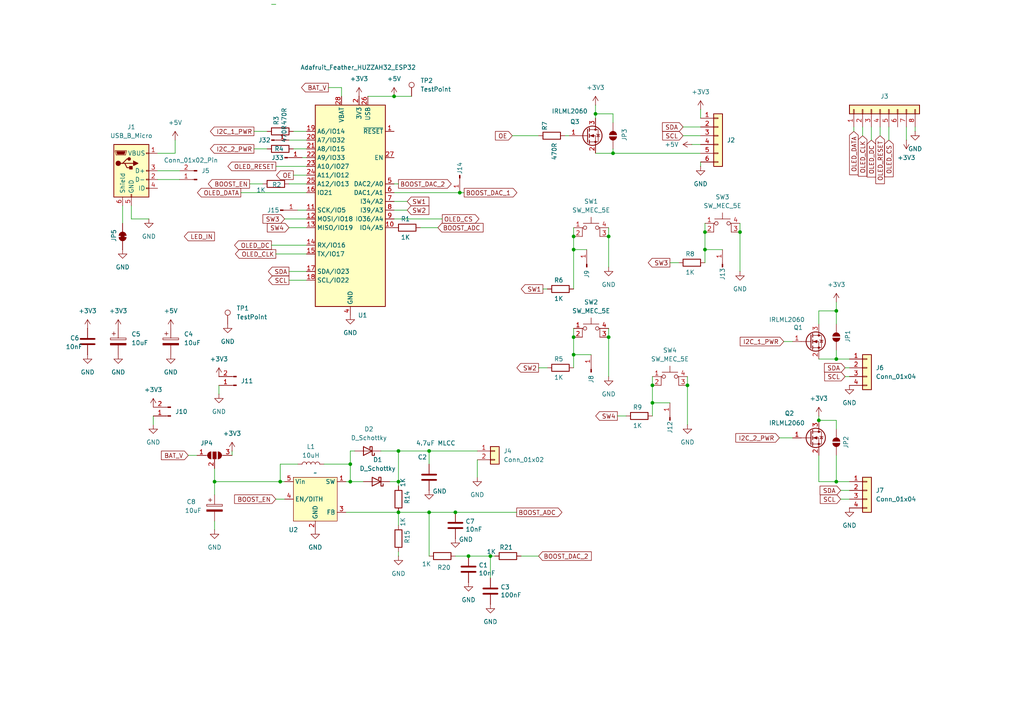
<source format=kicad_sch>
(kicad_sch (version 20231120) (generator "eeschema") (generator_version "8.0")
  (paper "A4")
  (lib_symbols
    (symbol "Boost_Converter:MIC2250"
      (property "Reference" "U" (at -1.524 5.588 0))
      (symbol "MIC2250_1_1"
        (pin output line (at 11.43 2.54 180) (length 2.54) (name "SW") (number "1"))
        (pin input line (at 2.54 -11.43 90) (length 2.54) (name "GND") (number "2"))
        (pin input line (at 11.43 -6.35 180) (length 2.54) (name "FB") (number "3"))
        (pin input line (at -6.35 -2.54 0) (length 2.54) (name "EN/DITH") (number "4"))
        (pin input line (at -6.35 2.54 0) (length 2.54) (name "Vin") (number "5"))
      )
    )
    (symbol "Connector:Conn_01x01_Pin" (pin_names (offset 1.016) hide)
      (property "Reference" "J" (at 0 2.54 0))
      (property "Value" "Conn_01x01_Pin" (at 0 -2.54 0))
      (symbol "Conn_01x01_Pin_1_1"
        (pin passive line (at 5.08 0 180) (length 3.81) (name "Pin_1") (number "1"))
      )
    )
    (symbol "Connector:Conn_01x02_Pin" (pin_names (offset 1.016) hide)
      (property "Reference" "J" (at 0 2.54 0))
      (property "Value" "Conn_01x02_Pin" (at 0 -5.08 0))
      (symbol "Conn_01x02_Pin_1_1"
        (pin passive line (at 5.08 0 180) (length 3.81) (name "Pin_1") (number "1"))
        (pin passive line (at 5.08 -2.54 180) (length 3.81) (name "Pin_2") (number "2"))
      )
    )
    (symbol "Connector:TestPoint" (pin_numbers hide) (pin_names (offset 0.762) hide)
      (property "Reference" "TP" (at 0 6.858 0))
      (property "Value" "TestPoint" (at 0 5.08 0))
      (symbol "TestPoint_1_1"
        (pin passive line (at 0 0 90) (length 2.54) (name "1") (number "1"))
      )
    )
    (symbol "Connector:USB_B_Micro" (pin_names (offset 1.016))
      (property "Reference" "J" (at -5.08 11.43 0))
      (property "Value" "USB_B_Micro" (at -5.08 8.89 0))
      (symbol "USB_B_Micro_1_1"
        (pin power_out line (at 7.62 5.08 180) (length 2.54) (name "VBUS") (number "1"))
        (pin bidirectional line (at 7.62 -2.54 180) (length 2.54) (name "D-") (number "2"))
        (pin bidirectional line (at 7.62 0 180) (length 2.54) (name "D+") (number "3"))
        (pin passive line (at 7.62 -5.08 180) (length 2.54) (name "ID") (number "4"))
        (pin power_out line (at 0 -10.16 90) (length 2.54) (name "GND") (number "5"))
        (pin passive line (at -2.54 -10.16 90) (length 2.54) (name "Shield") (number "6"))
      )
    )
    (symbol "Connector_Generic:Conn_01x02" (pin_names (offset 1.016) hide)
      (property "Reference" "J" (at 0 2.54 0))
      (property "Value" "Conn_01x02" (at 0 -5.08 0))
      (symbol "Conn_01x02_1_1"
        (pin passive line (at -5.08 0 0) (length 3.81) (name "Pin_1") (number "1"))
        (pin passive line (at -5.08 -2.54 0) (length 3.81) (name "Pin_2") (number "2"))
      )
    )
    (symbol "Connector_Generic:Conn_01x04" (pin_names (offset 1.016) hide)
      (property "Reference" "J" (at 0 5.08 0))
      (property "Value" "Conn_01x04" (at 0 -7.62 0))
      (symbol "Conn_01x04_1_1"
        (pin passive line (at -5.08 2.54 0) (length 3.81) (name "Pin_1") (number "1"))
        (pin passive line (at -5.08 0 0) (length 3.81) (name "Pin_2") (number "2"))
        (pin passive line (at -5.08 -2.54 0) (length 3.81) (name "Pin_3") (number "3"))
        (pin passive line (at -5.08 -5.08 0) (length 3.81) (name "Pin_4") (number "4"))
      )
    )
    (symbol "Connector_Generic:Conn_01x06" (pin_names (offset 1.016) hide)
      (property "Reference" "J" (at 0 7.62 0))
      (property "Value" "Conn_01x06" (at 0 -10.16 0))
      (symbol "Conn_01x06_1_1"
        (pin passive line (at -5.08 5.08 0) (length 3.81) (name "Pin_1") (number "1"))
        (pin passive line (at -5.08 2.54 0) (length 3.81) (name "Pin_2") (number "2"))
        (pin passive line (at -5.08 0 0) (length 3.81) (name "Pin_3") (number "3"))
        (pin passive line (at -5.08 -2.54 0) (length 3.81) (name "Pin_4") (number "4"))
        (pin passive line (at -5.08 -5.08 0) (length 3.81) (name "Pin_5") (number "5"))
        (pin passive line (at -5.08 -7.62 0) (length 3.81) (name "Pin_6") (number "6"))
      )
    )
    (symbol "Connector_Generic:Conn_01x08" (pin_names (offset 1.016) hide)
      (property "Reference" "J" (at 0 10.16 0))
      (property "Value" "Conn_01x08" (at 0 -12.7 0))
      (symbol "Conn_01x08_1_1"
        (pin passive line (at -5.08 7.62 0) (length 3.81) (name "Pin_1") (number "1"))
        (pin passive line (at -5.08 5.08 0) (length 3.81) (name "Pin_2") (number "2"))
        (pin passive line (at -5.08 2.54 0) (length 3.81) (name "Pin_3") (number "3"))
        (pin passive line (at -5.08 0 0) (length 3.81) (name "Pin_4") (number "4"))
        (pin passive line (at -5.08 -2.54 0) (length 3.81) (name "Pin_5") (number "5"))
        (pin passive line (at -5.08 -5.08 0) (length 3.81) (name "Pin_6") (number "6"))
        (pin passive line (at -5.08 -7.62 0) (length 3.81) (name "Pin_7") (number "7"))
        (pin passive line (at -5.08 -10.16 0) (length 3.81) (name "Pin_8") (number "8"))
      )
    )
    (symbol "Device:C" (pin_numbers hide) (pin_names (offset 0.254))
      (property "Reference" "C" (at 0.635 2.54 0))
      (property "Value" "C" (at 0.635 -2.54 0))
      (symbol "C_1_1"
        (pin passive line (at 0 3.81 270) (length 2.794) (name "~") (number "1"))
        (pin passive line (at 0 -3.81 90) (length 2.794) (name "~") (number "2"))
      )
    )
    (symbol "Device:C_Polarized" (pin_numbers hide) (pin_names (offset 0.254))
      (property "Reference" "C" (at 0.635 2.54 0))
      (property "Value" "C_Polarized" (at 0.635 -2.54 0))
      (symbol "C_Polarized_1_1"
        (pin passive line (at 0 3.81 270) (length 2.794) (name "~") (number "1"))
        (pin passive line (at 0 -3.81 90) (length 2.794) (name "~") (number "2"))
      )
    )
    (symbol "Device:D_Schottky" (pin_numbers hide) (pin_names (offset 1.016) hide)
      (property "Reference" "D" (at 0 2.54 0))
      (property "Value" "D_Schottky" (at 0 -2.54 0))
      (symbol "D_Schottky_1_1"
        (pin passive line (at -3.81 0 0) (length 2.54) (name "K") (number "1"))
        (pin passive line (at 3.81 0 180) (length 2.54) (name "A") (number "2"))
      )
    )
    (symbol "Device:L" (pin_numbers hide) (pin_names (offset 1.016) hide)
      (property "Reference" "L" (at -1.27 0 90))
      (property "Value" "L" (at 1.905 0 90))
      (symbol "L_1_1"
        (pin passive line (at 0 3.81 270) (length 1.27) (name "1") (number "1"))
        (pin passive line (at 0 -3.81 90) (length 1.27) (name "2") (number "2"))
      )
    )
    (symbol "Device:R" (pin_numbers hide) (pin_names (offset 0))
      (property "Reference" "R" (at 2.032 0 90))
      (property "Value" "R" (at 0 0 90))
      (symbol "R_1_1"
        (pin passive line (at 0 3.81 270) (length 1.27) (name "~") (number "1"))
        (pin passive line (at 0 -3.81 90) (length 1.27) (name "~") (number "2"))
      )
    )
    (symbol "Jumper:SolderJumper_2_Bridged" (pin_numbers hide) (pin_names (offset 0) hide) (exclude_from_sim yes) (in_bom no)
      (property "Reference" "JP" (at 0 2.032 0))
      (property "Value" "SolderJumper_2_Bridged" (at 0 -2.54 0))
      (symbol "SolderJumper_2_Bridged_1_1"
        (pin passive line (at -3.81 0 0) (length 2.54) (name "A") (number "1"))
        (pin passive line (at 3.81 0 180) (length 2.54) (name "B") (number "2"))
      )
    )
    (symbol "Jumper:SolderJumper_2_Open" (pin_numbers hide) (pin_names (offset 0) hide) (exclude_from_sim yes) (in_bom no)
      (property "Reference" "JP" (at 0 2.032 0))
      (property "Value" "SolderJumper_2_Open" (at 0 -2.54 0))
      (symbol "SolderJumper_2_Open_1_1"
        (pin passive line (at -3.81 0 0) (length 2.54) (name "A") (number "1"))
        (pin passive line (at 3.81 0 180) (length 2.54) (name "B") (number "2"))
      )
    )
    (symbol "Jumper:SolderJumper_3_Open" (pin_names (offset 0) hide) (exclude_from_sim yes) (in_bom no)
      (property "Reference" "JP" (at -2.54 -2.54 0))
      (property "Value" "SolderJumper_3_Open" (at 0 2.794 0))
      (symbol "SolderJumper_3_Open_1_1"
        (pin passive line (at -5.08 0 0) (length 2.54) (name "A") (number "1"))
        (pin passive line (at 0 -3.81 90) (length 2.54) (name "C") (number "2"))
        (pin passive line (at 5.08 0 180) (length 2.54) (name "B") (number "3"))
      )
    )
    (symbol "MCU_Module:Adafruit_Feather_HUZZAH32_ESP32"
      (property "Reference" "A" (at -10.16 29.21 0))
      (property "Value" "Adafruit_Feather_HUZZAH32_ESP32" (at 2.54 -31.75 0))
      (symbol "Adafruit_Feather_HUZZAH32_ESP32_1_1"
        (pin input line (at 12.7 20.32 180) (length 2.54) (name "~{RESET}") (number "1"))
        (pin bidirectional line (at 12.7 -7.62 180) (length 2.54) (name "IO4/A5") (number "10"))
        (pin bidirectional line (at -12.7 -2.54 0) (length 2.54) (name "SCK/IO5") (number "11"))
        (pin bidirectional line (at -12.7 -5.08 0) (length 2.54) (name "MOSI/IO18") (number "12"))
        (pin bidirectional line (at -12.7 -7.62 0) (length 2.54) (name "MISO/IO19") (number "13"))
        (pin bidirectional line (at -12.7 -12.7 0) (length 2.54) (name "RX/IO16") (number "14"))
        (pin bidirectional line (at -12.7 -15.24 0) (length 2.54) (name "TX/IO17") (number "15"))
        (pin bidirectional line (at -12.7 2.54 0) (length 2.54) (name "IO21") (number "16"))
        (pin bidirectional line (at -12.7 -20.32 0) (length 2.54) (name "SDA/IO23") (number "17"))
        (pin bidirectional line (at -12.7 -22.86 0) (length 2.54) (name "SCL/IO22") (number "18"))
        (pin bidirectional line (at -12.7 20.32 0) (length 2.54) (name "A6/IO14") (number "19"))
        (pin power_in line (at 2.54 30.48 270) (length 2.54) (name "3V3") (number "2"))
        (pin bidirectional line (at -12.7 17.78 0) (length 2.54) (name "A7/IO32") (number "20"))
        (pin bidirectional line (at -12.7 15.24 0) (length 2.54) (name "A8/IO15") (number "21"))
        (pin bidirectional line (at -12.7 12.7 0) (length 2.54) (name "A9/IO33") (number "22"))
        (pin bidirectional line (at -12.7 10.16 0) (length 2.54) (name "A10/IO27") (number "23"))
        (pin bidirectional line (at -12.7 7.62 0) (length 2.54) (name "A11/IO12") (number "24"))
        (pin bidirectional line (at -12.7 5.08 0) (length 2.54) (name "A12/IO13") (number "25"))
        (pin power_in line (at 5.08 30.48 270) (length 2.54) (name "USB") (number "26"))
        (pin input line (at 12.7 12.7 180) (length 2.54) (name "EN") (number "27"))
        (pin power_in line (at -2.54 30.48 270) (length 2.54) (name "VBAT") (number "28"))
        (pin no_connect line (at 10.16 10.16 180) (length 2.54) hide (name "NC") (number "3"))
        (pin power_in line (at 0 -33.02 90) (length 2.54) (name "GND") (number "4"))
        (pin bidirectional line (at 12.7 5.08 180) (length 2.54) (name "DAC2/A0") (number "5"))
        (pin bidirectional line (at 12.7 2.54 180) (length 2.54) (name "DAC1/A1") (number "6"))
        (pin bidirectional line (at 12.7 0 180) (length 2.54) (name "I34/A2") (number "7"))
        (pin bidirectional line (at 12.7 -2.54 180) (length 2.54) (name "I39/A3") (number "8"))
        (pin bidirectional line (at 12.7 -5.08 180) (length 2.54) (name "IO36/A4") (number "9"))
      )
    )
    (symbol "Switch:SW_MEC_5E" (pin_names (offset 1.016) hide)
      (property "Reference" "SW" (at 0.635 5.715 0))
      (property "Value" "SW_MEC_5E" (at 0 -3.175 0))
      (symbol "SW_MEC_5E_0_1"
        (pin passive line (at -5.08 2.54 0) (length 2.54) (name "1") (number "1"))
        (pin passive line (at -5.08 0 0) (length 2.54) (name "2") (number "2"))
        (pin passive line (at 5.08 0 180) (length 2.54) (name "K") (number "3"))
        (pin passive line (at 5.08 2.54 180) (length 2.54) (name "A") (number "4"))
      )
    )
    (symbol "Transistor_FET:IRLML2060" (pin_names hide)
      (property "Reference" "Q" (at 5.08 1.905 0))
      (property "Value" "IRLML2060" (at 5.08 0 0))
      (symbol "IRLML2060_1_1"
        (pin input line (at -5.08 0 0) (length 2.54) (name "G") (number "1"))
        (pin passive line (at 2.54 -5.08 90) (length 2.54) (name "S") (number "2"))
        (pin passive line (at 2.54 5.08 270) (length 2.54) (name "D") (number "3"))
      )
    )
    (symbol "power:+3V3" (power) (pin_numbers hide) (pin_names (offset 0) hide)
      (property "Value" "+3V3" (at 0 3.556 0))
      (symbol "+3V3_1_1"
        (pin power_in line (at 0 0 90) (length 0) (name "~") (number "1"))
      )
    )
    (symbol "power:+5V" (power) (pin_numbers hide) (pin_names (offset 0) hide)
      (property "Value" "+5V" (at 0 3.556 0))
      (symbol "+5V_1_1"
        (pin power_in line (at 0 0 90) (length 0) (name "~") (number "1"))
      )
    )
    (symbol "power:GND" (power) (pin_numbers hide) (pin_names (offset 0) hide)
      (property "Value" "GND" (at 0 -3.81 0))
      (symbol "GND_1_1"
        (pin power_in line (at 0 0 270) (length 0) (name "~") (number "1"))
      )
    )
  )
  (junction (at 176.53 68.58))
  (junction (at 115.57 148.59))
  (junction (at 132.08 148.59))
  (junction (at 177.8 44.45))
  (junction (at 115.57 139.7))
  (junction (at 166.37 102.87))
  (junction (at 214.63 67.31))
  (junction (at 81.28 139.7))
  (junction (at 114.3 27.94))
  (junction (at 124.46 148.59))
  (junction (at 133.35 55.88))
  (junction (at 189.23 111.76))
  (junction (at 242.57 104.14))
  (junction (at 242.57 90.17))
  (junction (at 101.6 139.7))
  (junction (at 189.23 116.84))
  (junction (at 172.72 33.02))
  (junction (at 166.37 68.58))
  (junction (at 176.53 97.79))
  (junction (at 242.57 139.7))
  (junction (at 199.39 111.76))
  (junction (at 115.57 130.81))
  (junction (at 166.37 97.79))
  (junction (at 62.23 139.7))
  (junction (at 135.89 161.29))
  (junction (at 142.24 161.29))
  (junction (at 204.47 72.39))
  (junction (at 124.46 130.81))
  (junction (at 101.6 134.62))
  (junction (at 166.37 72.39))
  (junction (at 237.49 121.92))
  (junction (at 204.47 67.31))
  (wire (pts (xy 177.8 44.45) (xy 203.2 44.45)))
  (wire (pts (xy 86.36 134.62) (xy 81.28 134.62)))
  (wire (pts (xy 115.57 140.97) (xy 115.57 139.7)))
  (wire (pts (xy 242.57 132.08) (xy 242.57 139.7)))
  (wire (pts (xy 237.49 139.7) (xy 237.49 132.08)))
  (wire (pts (xy 196.85 76.2) (xy 194.31 76.2)))
  (wire (pts (xy 242.57 104.14) (xy 246.38 104.14)))
  (wire (pts (xy 124.46 148.59) (xy 132.08 148.59)))
  (wire (pts (xy 81.28 134.62) (xy 81.28 139.7)))
  (wire (pts (xy 176.53 68.58) (xy 176.53 77.47)))
  (wire (pts (xy 177.8 35.56) (xy 177.8 33.02)))
  (wire (pts (xy 203.2 48.26) (xy 203.2 46.99)))
  (wire (pts (xy 189.23 116.84) (xy 194.31 116.84)))
  (wire (pts (xy 199.39 109.22) (xy 199.39 111.76)))
  (wire (pts (xy 105.41 139.7) (xy 101.6 139.7)))
  (wire (pts (xy 242.57 101.6) (xy 242.57 104.14)))
  (wire (pts (xy 166.37 72.39) (xy 166.37 83.82)))
  (wire (pts (xy 101.6 130.81) (xy 101.6 134.62)))
  (wire (pts (xy 243.84 144.78) (xy 246.38 144.78)))
  (wire (pts (xy 177.8 43.18) (xy 177.8 44.45)))
  (wire (pts (xy 86.36 60.96) (xy 88.9 60.96)))
  (wire (pts (xy 83.82 81.28) (xy 88.9 81.28)))
  (wire (pts (xy 172.72 30.48) (xy 172.72 33.02)))
  (wire (pts (xy 38.1 63.5) (xy 38.1 59.69)))
  (wire (pts (xy 62.23 153.67) (xy 62.23 151.13)))
  (wire (pts (xy 83.82 78.74) (xy 88.9 78.74)))
  (wire (pts (xy 242.57 121.92) (xy 237.49 121.92)))
  (wire (pts (xy 69.85 55.88) (xy 88.9 55.88)))
  (wire (pts (xy 83.82 66.04) (xy 88.9 66.04)))
  (wire (pts (xy 176.53 66.04) (xy 176.53 68.58)))
  (wire (pts (xy 204.47 72.39) (xy 204.47 76.2)))
  (wire (pts (xy 93.98 134.62) (xy 101.6 134.62)))
  (wire (pts (xy 62.23 135.89) (xy 62.23 139.7)))
  (wire (pts (xy 38.1 63.5) (xy 43.18 63.5)))
  (wire (pts (xy 87.63 45.72) (xy 88.9 45.72)))
  (wire (pts (xy 99.06 25.4) (xy 99.06 27.94)))
  (wire (pts (xy 246.38 139.7) (xy 242.57 139.7)))
  (wire (pts (xy 78.74 1.27) (xy 80.01 1.27)))
  (wire (pts (xy 166.37 97.79) (xy 166.37 102.87)))
  (wire (pts (xy 118.11 58.42) (xy 114.3 58.42)))
  (wire (pts (xy 204.47 64.77) (xy 204.47 67.31)))
  (wire (pts (xy 181.61 120.65) (xy 179.07 120.65)))
  (wire (pts (xy 118.11 60.96) (xy 114.3 60.96)))
  (wire (pts (xy 250.19 39.37) (xy 250.19 36.83)))
  (wire (pts (xy 204.47 67.31) (xy 204.47 72.39)))
  (wire (pts (xy 124.46 148.59) (xy 115.57 148.59)))
  (wire (pts (xy 63.5 114.3) (xy 63.5 111.76)))
  (wire (pts (xy 45.72 44.45) (xy 50.8 44.45)))
  (wire (pts (xy 242.57 90.17) (xy 242.57 93.98)))
  (wire (pts (xy 245.11 109.22) (xy 246.38 109.22)))
  (wire (pts (xy 133.35 55.88) (xy 134.62 55.88)))
  (wire (pts (xy 115.57 161.29) (xy 115.57 160.02)))
  (wire (pts (xy 45.72 52.07) (xy 52.07 52.07)))
  (wire (pts (xy 247.65 38.1) (xy 247.65 36.83)))
  (wire (pts (xy 226.06 127) (xy 229.87 127)))
  (wire (pts (xy 255.27 39.37) (xy 255.27 36.83)))
  (wire (pts (xy 214.63 64.77) (xy 214.63 67.31)))
  (wire (pts (xy 115.57 130.81) (xy 124.46 130.81)))
  (wire (pts (xy 177.8 33.02) (xy 172.72 33.02)))
  (wire (pts (xy 77.47 38.1) (xy 73.66 38.1)))
  (wire (pts (xy 148.59 39.37) (xy 156.21 39.37)))
  (wire (pts (xy 203.2 31.75) (xy 203.2 34.29)))
  (wire (pts (xy 83.82 53.34) (xy 88.9 53.34)))
  (wire (pts (xy 214.63 67.31) (xy 214.63 78.74)))
  (wire (pts (xy 172.72 33.02) (xy 172.72 34.29)))
  (wire (pts (xy 110.49 130.81) (xy 115.57 130.81)))
  (wire (pts (xy 114.3 27.94) (xy 106.68 27.94)))
  (wire (pts (xy 189.23 109.22) (xy 189.23 111.76)))
  (wire (pts (xy 142.24 167.64) (xy 142.24 161.29)))
  (wire (pts (xy 45.72 49.53) (xy 52.07 49.53)))
  (wire (pts (xy 50.8 44.45) (xy 50.8 40.64)))
  (wire (pts (xy 128.27 63.5) (xy 114.3 63.5)))
  (wire (pts (xy 176.53 97.79) (xy 176.53 109.22)))
  (wire (pts (xy 135.89 161.29) (xy 132.08 161.29)))
  (wire (pts (xy 124.46 130.81) (xy 138.43 130.81)))
  (wire (pts (xy 242.57 124.46) (xy 242.57 121.92)))
  (wire (pts (xy 77.47 43.18) (xy 73.66 43.18)))
  (wire (pts (xy 85.09 50.8) (xy 88.9 50.8)))
  (wire (pts (xy 198.12 36.83) (xy 203.2 36.83)))
  (wire (pts (xy 124.46 130.81) (xy 124.46 134.62)))
  (wire (pts (xy 115.57 130.81) (xy 115.57 139.7)))
  (wire (pts (xy 245.11 106.68) (xy 246.38 106.68)))
  (wire (pts (xy 166.37 95.25) (xy 166.37 97.79)))
  (wire (pts (xy 54.61 132.08) (xy 57.15 132.08)))
  (wire (pts (xy 237.49 104.14) (xy 242.57 104.14)))
  (wire (pts (xy 252.73 40.64) (xy 252.73 36.83)))
  (wire (pts (xy 101.6 134.62) (xy 101.6 139.7)))
  (wire (pts (xy 237.49 120.65) (xy 237.49 121.92)))
  (wire (pts (xy 262.89 40.64) (xy 262.89 36.83)))
  (wire (pts (xy 227.33 99.06) (xy 229.87 99.06)))
  (wire (pts (xy 62.23 139.7) (xy 81.28 139.7)))
  (wire (pts (xy 189.23 116.84) (xy 189.23 120.65)))
  (wire (pts (xy 204.47 72.39) (xy 209.55 72.39)))
  (wire (pts (xy 158.75 106.68) (xy 156.21 106.68)))
  (wire (pts (xy 72.39 53.34) (xy 76.2 53.34)))
  (wire (pts (xy 100.33 148.59) (xy 115.57 148.59)))
  (wire (pts (xy 80.01 48.26) (xy 88.9 48.26)))
  (wire (pts (xy 115.57 152.4) (xy 115.57 148.59)))
  (wire (pts (xy 83.82 40.64) (xy 88.9 40.64)))
  (wire (pts (xy 246.38 142.24) (xy 243.84 142.24)))
  (wire (pts (xy 62.23 143.51) (xy 62.23 139.7)))
  (wire (pts (xy 176.53 95.25) (xy 176.53 97.79)))
  (wire (pts (xy 199.39 111.76) (xy 199.39 123.19)))
  (wire (pts (xy 114.3 27.94) (xy 119.38 27.94)))
  (wire (pts (xy 166.37 66.04) (xy 166.37 68.58)))
  (wire (pts (xy 78.74 71.12) (xy 88.9 71.12)))
  (wire (pts (xy 85.09 38.1) (xy 88.9 38.1)))
  (wire (pts (xy 198.12 39.37) (xy 203.2 39.37)))
  (wire (pts (xy 163.83 39.37) (xy 165.1 39.37)))
  (wire (pts (xy 257.81 40.64) (xy 257.81 36.83)))
  (wire (pts (xy 124.46 161.29) (xy 124.46 148.59)))
  (wire (pts (xy 166.37 102.87) (xy 166.37 106.68)))
  (wire (pts (xy 80.01 73.66) (xy 88.9 73.66)))
  (wire (pts (xy 265.43 38.1) (xy 265.43 36.83)))
  (wire (pts (xy 200.66 41.91) (xy 203.2 41.91)))
  (wire (pts (xy 242.57 139.7) (xy 237.49 139.7)))
  (wire (pts (xy 237.49 90.17) (xy 242.57 90.17)))
  (wire (pts (xy 82.55 63.5) (xy 88.9 63.5)))
  (wire (pts (xy 242.57 87.63) (xy 242.57 90.17)))
  (wire (pts (xy 101.6 139.7) (xy 100.33 139.7)))
  (wire (pts (xy 102.87 130.81) (xy 101.6 130.81)))
  (wire (pts (xy 82.55 139.7) (xy 81.28 139.7)))
  (wire (pts (xy 166.37 102.87) (xy 171.45 102.87)))
  (wire (pts (xy 132.08 148.59) (xy 149.86 148.59)))
  (wire (pts (xy 121.92 66.04) (xy 127 66.04)))
  (wire (pts (xy 115.57 139.7) (xy 113.03 139.7)))
  (wire (pts (xy 114.3 55.88) (xy 133.35 55.88)))
  (wire (pts (xy 172.72 44.45) (xy 177.8 44.45)))
  (wire (pts (xy 85.09 43.18) (xy 88.9 43.18)))
  (wire (pts (xy 44.45 123.19) (xy 44.45 120.65)))
  (wire (pts (xy 143.51 161.29) (xy 142.24 161.29)))
  (wire (pts (xy 95.25 25.4) (xy 99.06 25.4)))
  (wire (pts (xy 67.31 130.81) (xy 67.31 132.08)))
  (wire (pts (xy 35.56 59.69) (xy 35.56 64.77)))
  (wire (pts (xy 166.37 68.58) (xy 166.37 72.39)))
  (wire (pts (xy 166.37 72.39) (xy 170.18 72.39)))
  (wire (pts (xy 156.21 161.29) (xy 151.13 161.29)))
  (wire (pts (xy 189.23 111.76) (xy 189.23 116.84)))
  (wire (pts (xy 138.43 138.43) (xy 138.43 133.35)))
  (wire (pts (xy 237.49 90.17) (xy 237.49 93.98)))
  (wire (pts (xy 157.48 83.82) (xy 158.75 83.82)))
  (wire (pts (xy 114.3 53.34) (xy 115.57 53.34)))
  (wire (pts (xy 80.01 144.78) (xy 82.55 144.78)))
  (wire (pts (xy 142.24 161.29) (xy 135.89 161.29)))
  (global_label "SW2" (shape input) (at 118.11 60.96 0) (property "Intersheetrefs" "${INTERSHEET_REFS}" (effects (hide yes))))
  (global_label "LED_IN" (shape output) (at 62.23 68.58 180) (property "Intersheetrefs" "${INTERSHEET_REFS}" (effects (hide yes))))
  (global_label "OE" (shape input) (at 148.59 39.37 180) (property "Intersheetrefs" "${INTERSHEET_REFS}" (effects (hide yes))))
  (global_label "BOOST_ADC" (shape output) (at 149.86 148.59 0) (property "Intersheetrefs" "${INTERSHEET_REFS}" (effects (hide yes))))
  (global_label "OLED_DC" (shape output) (at 78.74 71.12 180) (property "Intersheetrefs" "${INTERSHEET_REFS}" (effects (hide yes))))
  (global_label "OLED_RESET" (shape output) (at 80.01 48.26 180) (property "Intersheetrefs" "${INTERSHEET_REFS}" (effects (hide yes))))
  (global_label "BOOST_DAC_1" (shape output) (at 134.62 55.88 0) (property "Intersheetrefs" "${INTERSHEET_REFS}" (effects (hide yes))))
  (global_label "I2C_2_PWR" (shape input) (at 226.06 127 180) (property "Intersheetrefs" "${INTERSHEET_REFS}" (effects (hide yes))))
  (global_label "SDA" (shape input) (at 198.12 36.83 180) (property "Intersheetrefs" "${INTERSHEET_REFS}" (effects (hide yes))))
  (global_label "SW3" (shape input) (at 82.55 63.5 180) (property "Intersheetrefs" "${INTERSHEET_REFS}" (effects (hide yes))))
  (global_label "SCL" (shape input) (at 245.11 109.22 180) (property "Intersheetrefs" "${INTERSHEET_REFS}" (effects (hide yes))))
  (global_label "SW1" (shape input) (at 118.11 58.42 0) (property "Intersheetrefs" "${INTERSHEET_REFS}" (effects (hide yes))))
  (global_label "SCL" (shape input) (at 243.84 144.78 180) (property "Intersheetrefs" "${INTERSHEET_REFS}" (effects (hide yes))))
  (global_label "BOOST_DAC_2" (shape output) (at 115.57 53.34 0) (property "Intersheetrefs" "${INTERSHEET_REFS}" (effects (hide yes))))
  (global_label "OLED_DC" (shape input) (at 252.73 40.64 270) (property "Intersheetrefs" "${INTERSHEET_REFS}" (effects (hide yes))))
  (global_label "OLED_CS" (shape output) (at 128.27 63.5 0) (property "Intersheetrefs" "${INTERSHEET_REFS}" (effects (hide yes))))
  (global_label "BAT_V" (shape input) (at 54.61 132.08 180) (property "Intersheetrefs" "${INTERSHEET_REFS}" (effects (hide yes))))
  (global_label "BOOST_EN" (shape output) (at 72.39 53.34 180) (property "Intersheetrefs" "${INTERSHEET_REFS}" (effects (hide yes))))
  (global_label "OLED_DATA" (shape input) (at 247.65 38.1 270) (property "Intersheetrefs" "${INTERSHEET_REFS}" (effects (hide yes))))
  (global_label "SW3" (shape output) (at 194.31 76.2 180) (property "Intersheetrefs" "${INTERSHEET_REFS}" (effects (hide yes))))
  (global_label "SW1" (shape output) (at 157.48 83.82 180) (property "Intersheetrefs" "${INTERSHEET_REFS}" (effects (hide yes))))
  (global_label "I2C_1_PWR" (shape output) (at 73.66 38.1 180) (property "Intersheetrefs" "${INTERSHEET_REFS}" (effects (hide yes))))
  (global_label "I2C_2_PWR" (shape output) (at 73.66 43.18 180) (property "Intersheetrefs" "${INTERSHEET_REFS}" (effects (hide yes))))
  (global_label "BOOST_EN" (shape input) (at 80.01 144.78 180) (property "Intersheetrefs" "${INTERSHEET_REFS}" (effects (hide yes))))
  (global_label "SCL" (shape input) (at 198.12 39.37 180) (property "Intersheetrefs" "${INTERSHEET_REFS}" (effects (hide yes))))
  (global_label "OLED_CLK" (shape input) (at 250.19 39.37 270) (property "Intersheetrefs" "${INTERSHEET_REFS}" (effects (hide yes))))
  (global_label "BAT_V" (shape output) (at 95.25 25.4 180) (property "Intersheetrefs" "${INTERSHEET_REFS}" (effects (hide yes))))
  (global_label "SW2" (shape output) (at 156.21 106.68 180) (property "Intersheetrefs" "${INTERSHEET_REFS}" (effects (hide yes))))
  (global_label "OLED_DATA" (shape output) (at 69.85 55.88 180) (property "Intersheetrefs" "${INTERSHEET_REFS}" (effects (hide yes))))
  (global_label "BOOST_DAC_2" (shape input) (at 156.21 161.29 0) (property "Intersheetrefs" "${INTERSHEET_REFS}" (effects (hide yes))))
  (global_label "I2C_1_PWR" (shape input) (at 227.33 99.06 180) (property "Intersheetrefs" "${INTERSHEET_REFS}" (effects (hide yes))))
  (global_label "OLED_CS" (shape input) (at 257.81 40.64 270) (property "Intersheetrefs" "${INTERSHEET_REFS}" (effects (hide yes))))
  (global_label "OLED_CLK" (shape output) (at 80.01 73.66 180) (property "Intersheetrefs" "${INTERSHEET_REFS}" (effects (hide yes))))
  (global_label "SCL" (shape output) (at 83.82 81.28 180) (property "Intersheetrefs" "${INTERSHEET_REFS}" (effects (hide yes))))
  (global_label "SDA" (shape input) (at 245.11 106.68 180) (property "Intersheetrefs" "${INTERSHEET_REFS}" (effects (hide yes))))
  (global_label "SW4" (shape input) (at 83.82 66.04 180) (property "Intersheetrefs" "${INTERSHEET_REFS}" (effects (hide yes))))
  (global_label "BOOST_ADC" (shape input) (at 127 66.04 0) (property "Intersheetrefs" "${INTERSHEET_REFS}" (effects (hide yes))))
  (global_label "OE" (shape output) (at 85.09 50.8 180) (property "Intersheetrefs" "${INTERSHEET_REFS}" (effects (hide yes))))
  (global_label "SDA" (shape output) (at 83.82 78.74 180) (property "Intersheetrefs" "${INTERSHEET_REFS}" (effects (hide yes))))
  (global_label "SW4" (shape output) (at 179.07 120.65 180) (property "Intersheetrefs" "${INTERSHEET_REFS}" (effects (hide yes))))
  (global_label "SDA" (shape input) (at 243.84 142.24 180) (property "Intersheetrefs" "${INTERSHEET_REFS}" (effects (hide yes))))
  (global_label "OLED_RESET" (shape input) (at 255.27 39.37 270) (property "Intersheetrefs" "${INTERSHEET_REFS}" (effects (hide yes))))
  (symbol (lib_id "Transistor_FET:IRLML2060") (at 234.95 99.06 0) (unit 1)
    (property "Reference" "Q1" (at 230.124 94.996 0) (effects (justify left)))
    (property "Value" "IRLML2060" (at 223.012 92.71 0) (effects (justify left)))
    (property "Footprint" "Package_TO_SOT_SMD:SOT-23" (effects (hide yes)))
    (property "Datasheet" "https://www.infineon.com/dgdl/irlml2060pbf.pdf?fileId=5546d462533600a401535664b7fb25ee" (effects (hide yes)))
    (property "Description" "1.2A Id, 60V Vds, 480mOhm Rds, N-Channel HEXFET Power MOSFET, SOT-23" (effects (hide yes)))
  )
  (symbol (lib_id "Connector_Generic:Conn_01x04") (at 251.46 106.68 0) (unit 1)
    (property "Reference" "J6" (at 254 106.6799 0) (effects (justify left)))
    (property "Value" "Conn_01x04" (at 254 109.2199 0) (effects (justify left)))
    (property "Footprint" "Connector_PinSocket_2.54mm:PinSocket_1x04_P2.54mm_Vertical" (effects (hide yes)))
    (property "Description" "Generic connector, single row, 01x04, script generated (kicad-library-utils/schlib/autogen/connector/)" (effects (hide yes)))
  )
  (symbol (lib_id "Device:R") (at 115.57 156.21 180) (unit 1)
    (property "Reference" "R15" (at 118.11 155.702 90))
    (property "Value" "1K" (at 116.84 151.384 90))
    (property "Footprint" "Resistor_SMD:R_0805_2012Metric" (effects (hide yes)))
    (property "Description" "Resistor" (effects (hide yes)))
  )
  (symbol (lib_id "power:GND") (at 35.56 72.39 0) (unit 1)
    (property "Reference" "#PWR032" (effects (hide yes)))
    (property "Value" "GND" (at 35.56 77.47 0))
    (property "Description" "Power symbol creates a global label with name \"GND\" , ground" (effects (hide yes)))
  )
  (symbol (lib_id "Connector:TestPoint") (at 66.04 93.98 0) (unit 1)
    (property "Reference" "TP1" (at 68.58 89.4079 0) (effects (justify left)))
    (property "Value" "TestPoint" (at 68.58 91.9479 0) (effects (justify left)))
    (property "Footprint" "TestPoint:TestPoint_THTPad_2.0x2.0mm_Drill1.0mm" (effects (hide yes)))
    (property "Description" "test point" (effects (hide yes)))
  )
  (symbol (lib_id "power:GND") (at 44.45 123.19 0) (unit 1)
    (property "Reference" "#PWR031" (effects (hide yes)))
    (property "Value" "GND" (at 44.45 128.27 0))
    (property "Description" "Power symbol creates a global label with name \"GND\" , ground" (effects (hide yes)))
  )
  (symbol (lib_id "Device:C_Polarized") (at 49.53 99.06 0) (unit 1)
    (property "Reference" "C4" (at 53.34 96.9009 0) (effects (justify left)))
    (property "Value" "10uF" (at 53.34 99.4409 0) (effects (justify left)))
    (property "Footprint" "Capacitor_SMD:C_1206_3216Metric" (effects (hide yes)))
    (property "Description" "Polarized capacitor" (effects (hide yes)))
  )
  (symbol (lib_id "power:GND") (at 66.04 93.98 0) (unit 1)
    (property "Reference" "#PWR039" (effects (hide yes)))
    (property "Value" "GND" (at 66.04 99.06 0))
    (property "Description" "Power symbol creates a global label with name \"GND\" , ground" (effects (hide yes)))
  )
  (symbol (lib_id "Transistor_FET:IRLML2060") (at 170.18 39.37 0) (unit 1)
    (property "Reference" "Q3" (at 165.354 35.306 0) (effects (justify left)))
    (property "Value" "IRLML2060" (at 160.02 32.258 0) (effects (justify left)))
    (property "Footprint" "Package_TO_SOT_SMD:SOT-23" (effects (hide yes)))
    (property "Datasheet" "https://www.infineon.com/dgdl/irlml2060pbf.pdf?fileId=5546d462533600a401535664b7fb25ee" (effects (hide yes)))
    (property "Description" "1.2A Id, 60V Vds, 480mOhm Rds, N-Channel HEXFET Power MOSFET, SOT-23" (effects (hide yes)))
  )
  (symbol (lib_id "Connector:USB_B_Micro") (at 38.1 49.53 0) (unit 1)
    (property "Reference" "J1" (at 38.1 36.83 0))
    (property "Value" "USB_B_Micro" (at 38.1 39.37 0))
    (property "Footprint" "Connector_USB:USB_Micro-B_Molex-105017-0001" (effects (hide yes)))
    (property "Description" "USB Micro Type B connector" (effects (hide yes)))
  )
  (symbol (lib_id "Connector:Conn_01x01_Pin") (at 133.35 50.8 270) (unit 1)
    (property "Reference" "J14" (at 133.35 48.768 0))
    (property "Value" "Conn_01x01_Pin" (effects (hide yes)))
    (property "Footprint" "TestPoint:TestPoint_THTPad_2.0x2.0mm_Drill1.0mm" (effects (hide yes)))
    (property "Description" "Generic connector, single row, 01x01, script generated" (effects (hide yes)))
  )
  (symbol (lib_id "Connector:Conn_01x01_Pin") (at 194.31 121.92 90) (unit 1)
    (property "Reference" "J12" (at 194.31 123.952 0))
    (property "Value" "Conn_01x01_Pin" (effects (hide yes)))
    (property "Footprint" "TestPoint:TestPoint_THTPad_2.0x2.0mm_Drill1.0mm" (effects (hide yes)))
    (property "Description" "Generic connector, single row, 01x01, script generated" (effects (hide yes)))
  )
  (symbol (lib_id "power:GND") (at 246.38 147.32 0) (unit 1)
    (property "Reference" "#PWR024" (effects (hide yes)))
    (property "Value" "GND" (at 246.38 152.4 0))
    (property "Description" "Power symbol creates a global label with name \"GND\" , ground" (effects (hide yes)))
  )
  (symbol (lib_id "Connector:Conn_01x02_Pin") (at 57.15 52.07 180) (unit 1)
    (property "Reference" "J5" (at 58.42 49.5299 0) (effects (justify right)))
    (property "Value" "Conn_01x02_Pin" (at 47.498 46.482 0) (effects (justify right)))
    (property "Footprint" "Connector_PinHeader_2.54mm:PinHeader_1x02_P2.54mm_Vertical" (effects (hide yes)))
    (property "Description" "Generic connector, single row, 01x02, script generated" (effects (hide yes)))
  )
  (symbol (lib_id "power:GND") (at 246.38 111.76 0) (unit 1)
    (property "Reference" "#PWR025" (effects (hide yes)))
    (property "Value" "GND" (at 246.38 116.84 0))
    (property "Description" "Power symbol creates a global label with name \"GND\" , ground" (effects (hide yes)))
  )
  (symbol (lib_id "Switch:SW_MEC_5E") (at 194.31 111.76 0) (unit 1)
    (property "Reference" "SW4" (at 194.31 101.6 0))
    (property "Value" "SW_MEC_5E" (at 194.31 104.14 0))
    (property "Footprint" "Library:SW_PUSH_6mm_4_pin" (effects (hide yes)))
    (property "Datasheet" "http://www.apem.com/int/index.php?controller=attachment&id_attachment=1371" (effects (hide yes)))
    (property "Description" "MEC 5E single pole normally-open tactile switch" (effects (hide yes)))
  )
  (symbol (lib_id "Jumper:SolderJumper_3_Open") (at 62.23 132.08 0) (unit 1) (exclude_from_sim yes) (in_bom no)
    (property "Reference" "JP4" (at 59.944 128.524 0))
    (property "Value" "SolderJumper_3_Open" (effects (hide yes)))
    (property "Footprint" "Jumper:SolderJumper-3_P1.3mm_Open_RoundedPad1.0x1.5mm" (effects (hide yes)))
    (property "Description" "Solder Jumper, 3-pole, open" (effects (hide yes)))
  )
  (symbol (lib_id "power:GND") (at 203.2 48.26 0) (unit 1)
    (property "Reference" "#PWR012" (effects (hide yes)))
    (property "Value" "GND" (at 203.2 53.34 0))
    (property "Description" "Power symbol creates a global label with name \"GND\" , ground" (effects (hide yes)))
  )
  (symbol (lib_id "power:+3V3") (at 262.89 40.64 180) (unit 1)
    (property "Reference" "#PWR08" (effects (hide yes)))
    (property "Value" "+3V3" (at 262.89 45.72 0))
    (property "Description" "Power symbol creates a global label with name \"+3V3\"" (effects (hide yes)))
  )
  (symbol (lib_id "Device:C") (at 135.89 165.1 0) (unit 1)
    (property "Reference" "C1" (at 138.811 163.9316 0) (effects (justify left)))
    (property "Value" "10nF" (at 138.811 166.243 0) (effects (justify left)))
    (property "Footprint" "Capacitor_SMD:C_0805_2012Metric_Pad1.18x1.45mm_HandSolder" (effects (hide yes)))
  )
  (symbol (lib_id "Connector_Generic:Conn_01x06") (at 208.28 39.37 0) (unit 1)
    (property "Reference" "J2" (at 210.82 40.6399 0) (effects (justify left)))
    (property "Value" "Conn_01x06" (effects (hide yes)))
    (property "Footprint" "Connector_PinSocket_2.54mm:PinSocket_1x06_P2.54mm_Vertical" (effects (hide yes)))
    (property "Description" "Generic connector, single row, 01x06, script generated (kicad-library-utils/schlib/autogen/connector/)" (effects (hide yes)))
  )
  (symbol (lib_id "Jumper:SolderJumper_2_Open") (at 242.57 97.79 90) (unit 1) (exclude_from_sim yes) (in_bom no)
    (property "Reference" "JP1" (at 245.872 97.536 0))
    (property "Value" "SolderJumper_2_Open" (effects (hide yes)))
    (property "Footprint" "Jumper:SolderJumper-2_P1.3mm_Open_RoundedPad1.0x1.5mm" (effects (hide yes)))
    (property "Description" "Solder Jumper, 2-pole, open" (effects (hide yes)))
  )
  (symbol (lib_id "power:GND") (at 176.53 109.22 0) (unit 1)
    (property "Reference" "#PWR019" (effects (hide yes)))
    (property "Value" "GND" (at 176.53 114.3 0))
    (property "Description" "Power symbol creates a global label with name \"GND\" , ground" (effects (hide yes)))
  )
  (symbol (lib_id "Device:R") (at 115.57 144.78 180) (unit 1)
    (property "Reference" "R14" (at 118.11 144.272 90))
    (property "Value" "1K" (at 116.84 139.954 90))
    (property "Footprint" "Resistor_SMD:R_0805_2012Metric" (effects (hide yes)))
    (property "Description" "Resistor" (effects (hide yes)))
  )
  (symbol (lib_id "power:GND") (at 124.46 142.24 0) (unit 1)
    (property "Reference" "#PWR023" (effects (hide yes)))
    (property "Value" "GND" (at 127.508 142.494 0))
    (property "Description" "Power symbol creates a global label with name \"GND\" , ground" (effects (hide yes)))
  )
  (symbol (lib_id "Boost_Converter:MIC2250") (at 88.9 142.24 0) (unit 1)
    (property "Reference" "U2" (at 85.09 153.67 0))
    (property "Value" "~" (at 91.44 137.16 0))
    (property "Footprint" "Package_TO_SOT_SMD:TSOT-23-5_HandSoldering" (effects (hide yes)))
  )
  (symbol (lib_id "power:GND") (at 135.89 168.91 0) (unit 1)
    (property "Reference" "#PWR022" (effects (hide yes)))
    (property "Value" "GND" (at 135.89 173.99 0))
    (property "Description" "Power symbol creates a global label with name \"GND\" , ground" (effects (hide yes)))
  )
  (symbol (lib_id "power:GND") (at 265.43 38.1 0) (unit 1)
    (property "Reference" "#PWR07" (effects (hide yes)))
    (property "Value" "GND" (at 265.43 43.18 0))
    (property "Description" "Power symbol creates a global label with name \"GND\" , ground" (effects (hide yes)))
  )
  (symbol (lib_id "Connector:Conn_01x01_Pin") (at 170.18 77.47 90) (unit 1)
    (property "Reference" "J9" (at 170.18 79.502 0))
    (property "Value" "Conn_01x01_Pin" (effects (hide yes)))
    (property "Footprint" "TestPoint:TestPoint_THTPad_2.0x2.0mm_Drill1.0mm" (effects (hide yes)))
    (property "Description" "Generic connector, single row, 01x01, script generated" (effects (hide yes)))
  )
  (symbol (lib_id "Switch:SW_MEC_5E") (at 171.45 97.79 0) (unit 1)
    (property "Reference" "SW2" (at 171.45 87.63 0))
    (property "Value" "SW_MEC_5E" (at 171.45 90.17 0))
    (property "Footprint" "Library:SW_PUSH_6mm_4_pin" (effects (hide yes)))
    (property "Datasheet" "http://www.apem.com/int/index.php?controller=attachment&id_attachment=1371" (effects (hide yes)))
    (property "Description" "MEC 5E single pole normally-open tactile switch" (effects (hide yes)))
  )
  (symbol (lib_id "Device:C") (at 142.24 171.45 0) (unit 1)
    (property "Reference" "C3" (at 145.161 170.2816 0) (effects (justify left)))
    (property "Value" "100nF" (at 145.161 172.593 0) (effects (justify left)))
    (property "Footprint" "Capacitor_SMD:C_1206_3216Metric_Pad1.33x1.80mm_HandSolder" (effects (hide yes)))
  )
  (symbol (lib_id "Device:R") (at 81.28 43.18 90) (unit 1)
    (property "Reference" "R4" (at 82.296 43.18 90) (effects (justify left)))
    (property "Value" "470R" (at 82.423 41.402 0) (effects (justify left)))
    (property "Footprint" "Resistor_SMD:R_0805_2012Metric_Pad1.20x1.40mm_HandSolder" (effects (hide yes)))
  )
  (symbol (lib_id "Jumper:SolderJumper_2_Open") (at 177.8 39.37 90) (unit 1) (exclude_from_sim yes) (in_bom no)
    (property "Reference" "JP3" (at 181.102 39.116 0))
    (property "Value" "SolderJumper_2_Open" (effects (hide yes)))
    (property "Footprint" "Jumper:SolderJumper-2_P1.3mm_Open_RoundedPad1.0x1.5mm" (effects (hide yes)))
    (property "Description" "Solder Jumper, 2-pole, open" (effects (hide yes)))
  )
  (symbol (lib_id "Device:L") (at 90.17 134.62 90) (unit 1)
    (property "Reference" "L1" (at 90.17 129.54 90))
    (property "Value" "10uH" (at 90.17 132.08 90))
    (property "Footprint" "Inductor_SMD:L_1206_3216Metric_Pad1.22x1.90mm_HandSolder" (effects (hide yes)))
    (property "Description" "Inductor" (effects (hide yes)))
  )
  (symbol (lib_id "Device:R") (at 185.42 120.65 270) (unit 1)
    (property "Reference" "R9" (at 184.912 118.11 90))
    (property "Value" "1K" (at 184.912 123.444 90))
    (property "Footprint" "Resistor_SMD:R_0805_2012Metric" (effects (hide yes)))
    (property "Description" "Resistor" (effects (hide yes)))
  )
  (symbol (lib_id "power:GND") (at 101.6 91.44 0) (unit 1)
    (property "Reference" "#PWR02" (effects (hide yes)))
    (property "Value" "GND" (at 101.6 96.52 0))
    (property "Description" "Power symbol creates a global label with name \"GND\" , ground" (effects (hide yes)))
  )
  (symbol (lib_id "power:+3V3") (at 237.49 120.65 0) (unit 1)
    (property "Reference" "#PWR011" (effects (hide yes)))
    (property "Value" "+3V3" (at 237.49 115.57 0))
    (property "Description" "Power symbol creates a global label with name \"+3V3\"" (effects (hide yes)))
  )
  (symbol (lib_id "power:+3V3") (at 25.4 95.25 0) (unit 1)
    (property "Reference" "#PWR036" (effects (hide yes)))
    (property "Value" "+3V3" (at 25.4 90.17 0))
    (property "Description" "Power symbol creates a global label with name \"+3V3\"" (effects (hide yes)))
  )
  (symbol (lib_id "Device:R") (at 162.56 106.68 270) (unit 1)
    (property "Reference" "R5" (at 162.052 104.14 90))
    (property "Value" "1K" (at 162.052 109.474 90))
    (property "Footprint" "Resistor_SMD:R_0805_2012Metric" (effects (hide yes)))
    (property "Description" "Resistor" (effects (hide yes)))
  )
  (symbol (lib_id "Device:R") (at 80.01 53.34 90) (unit 1)
    (property "Reference" "R2" (at 80.264 53.594 90))
    (property "Value" "1K" (at 75.692 55.118 90))
    (property "Footprint" "Resistor_SMD:R_0805_2012Metric" (effects (hide yes)))
    (property "Description" "Resistor" (effects (hide yes)))
  )
  (symbol (lib_id "Device:C_Polarized") (at 62.23 147.32 0) (unit 1)
    (property "Reference" "C8" (at 54.102 145.542 0) (effects (justify left)))
    (property "Value" "10uF" (at 53.594 148.082 0) (effects (justify left)))
    (property "Footprint" "Capacitor_SMD:C_Elec_5x5.8" (effects (hide yes)))
    (property "Description" "Polarized capacitor" (effects (hide yes)))
  )
  (symbol (lib_id "power:GND") (at 34.29 102.87 0) (unit 1)
    (property "Reference" "#PWR014" (effects (hide yes)))
    (property "Value" "GND" (at 34.29 107.95 0))
    (property "Description" "Power symbol creates a global label with name \"GND\" , ground" (effects (hide yes)))
  )
  (symbol (lib_id "Connector_Generic:Conn_01x04") (at 251.46 142.24 0) (unit 1)
    (property "Reference" "J7" (at 254 142.2399 0) (effects (justify left)))
    (property "Value" "Conn_01x04" (at 254 144.7799 0) (effects (justify left)))
    (property "Footprint" "Connector_PinSocket_2.54mm:PinSocket_1x04_P2.54mm_Vertical" (effects (hide yes)))
    (property "Description" "Generic connector, single row, 01x04, script generated (kicad-library-utils/schlib/autogen/connector/)" (effects (hide yes)))
  )
  (symbol (lib_id "power:GND") (at 43.18 63.5 0) (unit 1)
    (property "Reference" "#PWR09" (effects (hide yes)))
    (property "Value" "GND" (at 43.18 68.58 0))
    (property "Description" "Power symbol creates a global label with name \"GND\" , ground" (effects (hide yes)))
  )
  (symbol (lib_id "power:GND") (at 62.23 153.67 0) (unit 1)
    (property "Reference" "#PWR040" (effects (hide yes)))
    (property "Value" "GND" (at 62.23 158.75 0))
    (property "Description" "Power symbol creates a global label with name \"GND\" , ground" (effects (hide yes)))
  )
  (symbol (lib_id "Jumper:SolderJumper_2_Open") (at 242.57 128.27 90) (unit 1) (exclude_from_sim yes) (in_bom no)
    (property "Reference" "JP2" (at 245.364 128.27 0))
    (property "Value" "SolderJumper_2_Open" (effects (hide yes)))
    (property "Footprint" "Jumper:SolderJumper-2_P1.3mm_Open_RoundedPad1.0x1.5mm" (effects (hide yes)))
    (property "Description" "Solder Jumper, 2-pole, open" (effects (hide yes)))
  )
  (symbol (lib_id "Device:R") (at 118.11 66.04 270) (unit 1)
    (property "Reference" "R1" (at 117.602 63.5 90))
    (property "Value" "1K" (at 117.602 68.834 90))
    (property "Footprint" "Resistor_SMD:R_0805_2012Metric" (effects (hide yes)))
    (property "Description" "Resistor" (effects (hide yes)))
  )
  (symbol (lib_id "Device:R") (at 81.28 38.1 90) (unit 1)
    (property "Reference" "R3" (at 80.1116 36.322 0) (effects (justify left)))
    (property "Value" "470R" (at 82.423 36.322 0) (effects (justify left)))
    (property "Footprint" "Resistor_SMD:R_0805_2012Metric_Pad1.20x1.40mm_HandSolder" (effects (hide yes)))
  )
  (symbol (lib_id "power:GND") (at 142.24 175.26 0) (unit 1)
    (property "Reference" "#PWR021" (effects (hide yes)))
    (property "Value" "GND" (at 142.24 180.34 0))
    (property "Description" "Power symbol creates a global label with name \"GND\" , ground" (effects (hide yes)))
  )
  (symbol (lib_id "power:+5V") (at 49.53 95.25 0) (unit 1)
    (property "Reference" "#PWR027" (effects (hide yes)))
    (property "Value" "+5V" (at 49.53 90.17 0))
    (property "Description" "Power symbol creates a global label with name \"+5V\"" (effects (hide yes)))
  )
  (symbol (lib_id "MCU_Module:Adafruit_Feather_HUZZAH32_ESP32") (at 101.6 58.42 0) (unit 1)
    (property "Reference" "U1" (at 103.7941 91.44 0) (effects (justify left)))
    (property "Value" "Adafruit_Feather_HUZZAH32_ESP32" (at 87.122 19.558 0) (effects (justify left)))
    (property "Footprint" "Module:Adafruit_Feather" (effects (hide yes)))
    (property "Datasheet" "https://cdn-learn.adafruit.com/downloads/pdf/adafruit-huzzah32-esp32-feather.pdf" (effects (hide yes)))
    (property "Description" "Microcontroller module with ESP32 MCU" (effects (hide yes)))
  )
  (symbol (lib_id "power:+3V3") (at 242.57 87.63 0) (unit 1)
    (property "Reference" "#PWR04" (effects (hide yes)))
    (property "Value" "+3V3" (at 242.57 82.55 0))
    (property "Description" "Power symbol creates a global label with name \"+3V3\"" (effects (hide yes)))
  )
  (symbol (lib_id "Connector:Conn_01x02_Pin") (at 68.58 111.76 180) (unit 1)
    (property "Reference" "J11" (at 69.85 110.4899 0) (effects (justify right)))
    (property "Value" "Conn_01x02_Pin" (effects (hide yes)))
    (property "Footprint" "Connector_PinHeader_2.54mm:PinHeader_1x02_P2.54mm_Vertical" (effects (hide yes)))
    (property "Description" "Generic connector, single row, 01x02, script generated" (effects (hide yes)))
  )
  (symbol (lib_id "power:GND") (at 91.44 153.67 0) (unit 1)
    (property "Reference" "#PWR016" (effects (hide yes)))
    (property "Value" "GND" (at 91.44 158.75 0))
    (property "Description" "Power symbol creates a global label with name \"GND\" , ground" (effects (hide yes)))
  )
  (symbol (lib_id "Connector:Conn_01x01_Pin") (at 82.55 45.72 0) (unit 1)
    (property "Reference" "J33" (at 80.518 45.72 0))
    (property "Value" "Conn_01x01_Pin" (effects (hide yes)))
    (property "Footprint" "TestPoint:TestPoint_THTPad_2.0x2.0mm_Drill1.0mm" (effects (hide yes)))
    (property "Description" "Generic connector, single row, 01x01, script generated" (effects (hide yes)))
  )
  (symbol (lib_id "Connector:Conn_01x01_Pin") (at 78.74 40.64 0) (unit 1)
    (property "Reference" "J32" (at 76.708 40.64 0))
    (property "Value" "Conn_01x01_Pin" (effects (hide yes)))
    (property "Footprint" "TestPoint:TestPoint_THTPad_2.0x2.0mm_Drill1.0mm" (effects (hide yes)))
    (property "Description" "Generic connector, single row, 01x01, script generated" (effects (hide yes)))
  )
  (symbol (lib_id "Connector_Generic:Conn_01x08") (at 255.27 31.75 90) (unit 1)
    (property "Reference" "J3" (at 256.54 27.94 90))
    (property "Value" "Conn_01x08" (effects (hide yes)))
    (property "Footprint" "Connector_PinSocket_2.54mm:PinSocket_1x08_P2.54mm_Vertical" (effects (hide yes)))
    (property "Description" "Generic connector, single row, 01x08, script generated (kicad-library-utils/schlib/autogen/connector/)" (effects (hide yes)))
  )
  (symbol (lib_id "power:+3V3") (at 44.45 118.11 0) (unit 1)
    (property "Reference" "#PWR030" (effects (hide yes)))
    (property "Value" "+3V3" (at 44.45 113.03 0))
    (property "Description" "Power symbol creates a global label with name \"+3V3\"" (effects (hide yes)))
  )
  (symbol (lib_id "power:+3V3") (at 104.14 27.94 0) (unit 1)
    (property "Reference" "#PWR01" (effects (hide yes)))
    (property "Value" "+3V3" (at 104.14 22.86 0))
    (property "Description" "Power symbol creates a global label with name \"+3V3\"" (effects (hide yes)))
  )
  (symbol (lib_id "Device:R") (at 128.27 161.29 270) (unit 1)
    (property "Reference" "R20" (at 128.778 164.592 90))
    (property "Value" "1K" (at 123.698 163.576 90))
    (property "Footprint" "Resistor_SMD:R_0805_2012Metric" (effects (hide yes)))
    (property "Description" "Resistor" (effects (hide yes)))
  )
  (symbol (lib_id "Device:C_Polarized") (at 34.29 99.06 0) (unit 1)
    (property "Reference" "C5" (at 38.1 96.9009 0) (effects (justify left)))
    (property "Value" "10uF" (at 38.1 99.4409 0) (effects (justify left)))
    (property "Footprint" "Capacitor_SMD:C_Elec_5x5.8" (effects (hide yes)))
    (property "Description" "Polarized capacitor" (effects (hide yes)))
  )
  (symbol (lib_id "Transistor_FET:IRLML2060") (at 234.95 127 0) (unit 1)
    (property "Reference" "Q2" (at 227.584 119.888 0) (effects (justify left)))
    (property "Value" "IRLML2060" (at 223.012 122.682 0) (effects (justify left)))
    (property "Footprint" "Package_TO_SOT_SMD:SOT-23" (effects (hide yes)))
    (property "Datasheet" "https://www.infineon.com/dgdl/irlml2060pbf.pdf?fileId=5546d462533600a401535664b7fb25ee" (effects (hide yes)))
    (property "Description" "1.2A Id, 60V Vds, 480mOhm Rds, N-Channel HEXFET Power MOSFET, SOT-23" (effects (hide yes)))
  )
  (symbol (lib_id "power:GND") (at 199.39 123.19 0) (unit 1)
    (property "Reference" "#PWR034" (effects (hide yes)))
    (property "Value" "GND" (at 199.39 128.27 0))
    (property "Description" "Power symbol creates a global label with name \"GND\" , ground" (effects (hide yes)))
  )
  (symbol (lib_id "power:+3V3") (at 34.29 95.25 0) (unit 1)
    (property "Reference" "#PWR026" (effects (hide yes)))
    (property "Value" "+3V3" (at 34.29 90.17 0))
    (property "Description" "Power symbol creates a global label with name \"+3V3\"" (effects (hide yes)))
  )
  (symbol (lib_id "Connector:Conn_01x01_Pin") (at 171.45 107.95 90) (unit 1)
    (property "Reference" "J8" (at 171.45 109.982 0))
    (property "Value" "Conn_01x01_Pin" (effects (hide yes)))
    (property "Footprint" "TestPoint:TestPoint_THTPad_2.0x2.0mm_Drill1.0mm" (effects (hide yes)))
    (property "Description" "Generic connector, single row, 01x01, script generated" (effects (hide yes)))
  )
  (symbol (lib_id "power:+3V3") (at 172.72 30.48 0) (unit 1)
    (property "Reference" "#PWR013" (effects (hide yes)))
    (property "Value" "+3V3" (at 172.72 25.4 0))
    (property "Description" "Power symbol creates a global label with name \"+3V3\"" (effects (hide yes)))
  )
  (symbol (lib_id "Device:C") (at 25.4 99.06 0) (unit 1)
    (property "Reference" "C6" (at 20.32 98.044 0) (effects (justify left)))
    (property "Value" "10nF" (at 19.05 100.584 0) (effects (justify left)))
    (property "Footprint" "Capacitor_SMD:C_1206_3216Metric_Pad1.33x1.80mm_HandSolder" (effects (hide yes)))
  )
  (symbol (lib_id "power:GND") (at 25.4 102.87 0) (unit 1)
    (property "Reference" "#PWR035" (effects (hide yes)))
    (property "Value" "GND" (at 25.4 107.95 0))
    (property "Description" "Power symbol creates a global label with name \"GND\" , ground" (effects (hide yes)))
  )
  (symbol (lib_id "power:GND") (at 49.53 102.87 0) (unit 1)
    (property "Reference" "#PWR020" (effects (hide yes)))
    (property "Value" "GND" (at 49.53 107.95 0))
    (property "Description" "Power symbol creates a global label with name \"GND\" , ground" (effects (hide yes)))
  )
  (symbol (lib_id "power:GND") (at 214.63 78.74 0) (unit 1)
    (property "Reference" "#PWR033" (effects (hide yes)))
    (property "Value" "GND" (at 214.63 83.82 0))
    (property "Description" "Power symbol creates a global label with name \"GND\" , ground" (effects (hide yes)))
  )
  (symbol (lib_id "power:+3V3") (at 203.2 31.75 0) (unit 1)
    (property "Reference" "#PWR03" (effects (hide yes)))
    (property "Value" "+3V3" (at 203.2 26.67 0))
    (property "Description" "Power symbol creates a global label with name \"+3V3\"" (effects (hide yes)))
  )
  (symbol (lib_id "power:GND") (at 176.53 77.47 0) (unit 1)
    (property "Reference" "#PWR015" (effects (hide yes)))
    (property "Value" "GND" (at 176.53 82.55 0))
    (property "Description" "Power symbol creates a global label with name \"GND\" , ground" (effects (hide yes)))
  )
  (symbol (lib_id "Device:R") (at 162.56 83.82 270) (unit 1)
    (property "Reference" "R6" (at 162.052 81.28 90))
    (property "Value" "1K" (at 162.052 86.614 90))
    (property "Footprint" "Resistor_SMD:R_0805_2012Metric" (effects (hide yes)))
    (property "Description" "Resistor" (effects (hide yes)))
  )
  (symbol (lib_id "Connector:TestPoint") (at 119.38 27.94 0) (unit 1)
    (property "Reference" "TP2" (at 121.92 23.3679 0) (effects (justify left)))
    (property "Value" "TestPoint" (at 121.92 25.9079 0) (effects (justify left)))
    (property "Footprint" "TestPoint:TestPoint_THTPad_2.0x2.0mm_Drill1.0mm" (effects (hide yes)))
    (property "Description" "test point" (effects (hide yes)))
  )
  (symbol (lib_id "power:GND") (at 63.5 114.3 0) (unit 1)
    (property "Reference" "#PWR028" (effects (hide yes)))
    (property "Value" "GND" (at 63.5 119.38 0))
    (property "Description" "Power symbol creates a global label with name \"GND\" , ground" (effects (hide yes)))
  )
  (symbol (lib_id "Device:C") (at 124.46 138.43 0) (unit 1)
    (property "Reference" "C2" (at 121.158 132.588 0) (effects (justify left)))
    (property "Value" "4.7uF MLCC" (at 120.65 128.524 0) (effects (justify left)))
    (property "Footprint" "Capacitor_SMD:C_1206_3216Metric_Pad1.33x1.80mm_HandSolder" (effects (hide yes)))
  )
  (symbol (lib_id "Connector:Conn_01x01_Pin") (at 209.55 77.47 90) (unit 1)
    (property "Reference" "J13" (at 209.55 79.502 0))
    (property "Value" "Conn_01x01_Pin" (effects (hide yes)))
    (property "Footprint" "TestPoint:TestPoint_THTPad_2.0x2.0mm_Drill1.0mm" (effects (hide yes)))
    (property "Description" "Generic connector, single row, 01x01, script generated" (effects (hide yes)))
  )
  (symbol (lib_id "Connector:Conn_01x02_Pin") (at 49.53 120.65 180) (unit 1)
    (property "Reference" "J10" (at 50.8 119.3799 0) (effects (justify right)))
    (property "Value" "Conn_01x02_Pin" (effects (hide yes)))
    (property "Footprint" "Connector_PinHeader_2.54mm:PinHeader_1x02_P2.54mm_Vertical" (effects (hide yes)))
    (property "Description" "Generic connector, single row, 01x02, script generated" (effects (hide yes)))
  )
  (symbol (lib_id "Device:R") (at 160.02 39.37 90) (unit 1)
    (property "Reference" "R7" (at 157.988 37.846 0) (effects (justify left)))
    (property "Value" "470R" (at 160.782 46.482 0) (effects (justify left)))
    (property "Footprint" "Resistor_SMD:R_0805_2012Metric_Pad1.20x1.40mm_HandSolder" (effects (hide yes)))
  )
  (symbol (lib_id "power:+5V") (at 50.8 40.64 0) (unit 1)
    (property "Reference" "#PWR010" (effects (hide yes)))
    (property "Value" "+5V" (at 50.8 35.56 0))
    (property "Description" "Power symbol creates a global label with name \"+5V\"" (effects (hide yes)))
  )
  (symbol (lib_id "Device:C") (at 132.08 152.4 0) (unit 1)
    (property "Reference" "C7" (at 135.001 151.2316 0) (effects (justify left)))
    (property "Value" "10nF" (at 135.001 153.543 0) (effects (justify left)))
    (property "Footprint" "Capacitor_SMD:C_1206_3216Metric_Pad1.33x1.80mm_HandSolder" (effects (hide yes)))
  )
  (symbol (lib_id "Device:R") (at 200.66 76.2 270) (unit 1)
    (property "Reference" "R8" (at 200.152 73.66 90))
    (property "Value" "1K" (at 200.152 78.994 90))
    (property "Footprint" "Resistor_SMD:R_0805_2012Metric" (effects (hide yes)))
    (property "Description" "Resistor" (effects (hide yes)))
  )
  (symbol (lib_id "power:GND") (at 138.43 138.43 0) (unit 1)
    (property "Reference" "#PWR017" (effects (hide yes)))
    (property "Value" "GND" (at 138.43 143.51 0))
    (property "Description" "Power symbol creates a global label with name \"GND\" , ground" (effects (hide yes)))
  )
  (symbol (lib_id "Jumper:SolderJumper_2_Bridged") (at 35.56 68.58 90) (unit 1) (exclude_from_sim yes) (in_bom no)
    (property "Reference" "JP5" (at 33.02 68.326 0))
    (property "Value" "SolderJumper_2_Bridged" (effects (hide yes)))
    (property "Footprint" "Jumper:SolderJumper-2_P1.3mm_Bridged2Bar_RoundedPad1.0x1.5mm" (effects (hide yes)))
    (property "Description" "Solder Jumper, 2-pole, closed/bridged" (effects (hide yes)))
  )
  (symbol (lib_id "Switch:SW_MEC_5E") (at 171.45 68.58 0) (unit 1)
    (property "Reference" "SW1" (at 171.45 58.42 0))
    (property "Value" "SW_MEC_5E" (at 171.45 60.96 0))
    (property "Footprint" "Library:SW_PUSH_6mm_4_pin" (effects (hide yes)))
    (property "Datasheet" "http://www.apem.com/int/index.php?controller=attachment&id_attachment=1371" (effects (hide yes)))
    (property "Description" "MEC 5E single pole normally-open tactile switch" (effects (hide yes)))
  )
  (symbol (lib_id "Device:D_Schottky") (at 106.68 130.81 180) (unit 1)
    (property "Reference" "D2" (at 106.9975 124.46 0))
    (property "Value" "D_Schottky" (at 106.9975 127 0))
    (property "Footprint" "Diode_SMD:D_SMF" (effects (hide yes)))
    (property "Description" "Schottky diode" (effects (hide yes)))
  )
  (symbol (lib_id "Connector:Conn_01x01_Pin") (at 81.28 60.96 0) (unit 1)
    (property "Reference" "J15" (at 79.248 60.96 0))
    (property "Value" "Conn_01x01_Pin" (effects (hide yes)))
    (property "Footprint" "TestPoint:TestPoint_THTPad_2.0x2.0mm_Drill1.0mm" (effects (hide yes)))
    (property "Description" "Generic connector, single row, 01x01, script generated" (effects (hide yes)))
  )
  (symbol (lib_id "power:+3V3") (at 63.5 109.22 0) (unit 1)
    (property "Reference" "#PWR029" (effects (hide yes)))
    (property "Value" "+3V3" (at 63.5 104.14 0))
    (property "Description" "Power symbol creates a global label with name \"+3V3\"" (effects (hide yes)))
  )
  (symbol (lib_id "power:+5V") (at 114.3 27.94 0) (unit 1)
    (property "Reference" "#PWR05" (effects (hide yes)))
    (property "Value" "+5V" (at 114.3 22.86 0))
    (property "Description" "Power symbol creates a global label with name \"+5V\"" (effects (hide yes)))
  )
  (symbol (lib_id "power:+3V3") (at 67.31 130.81 0) (unit 1)
    (property "Reference" "#PWR038" (effects (hide yes)))
    (property "Value" "+3V3" (at 67.31 125.73 0))
    (property "Description" "Power symbol creates a global label with name \"+3V3\"" (effects (hide yes)))
  )
  (symbol (lib_id "Device:R") (at 147.32 161.29 270) (unit 1)
    (property "Reference" "R21" (at 146.812 158.75 90))
    (property "Value" "1K" (at 142.494 160.02 90))
    (property "Footprint" "Resistor_SMD:R_0805_2012Metric" (effects (hide yes)))
    (property "Description" "Resistor" (effects (hide yes)))
  )
  (symbol (lib_id "Device:D_Schottky") (at 109.22 139.7 180) (unit 1)
    (property "Reference" "D1" (at 109.5375 133.35 0))
    (property "Value" "D_Schottky" (at 109.5375 135.89 0))
    (property "Footprint" "Diode_SMD:D_SOD-523" (effects (hide yes)))
    (property "Description" "Schottky diode" (effects (hide yes)))
  )
  (symbol (lib_id "Connector_Generic:Conn_01x02") (at 143.51 130.81 0) (unit 1)
    (property "Reference" "J4" (at 146.05 130.8099 0) (effects (justify left)))
    (property "Value" "Conn_01x02" (at 146.05 133.3499 0) (effects (justify left)))
    (property "Footprint" "Connector_PinSocket_2.54mm:PinSocket_1x02_P2.54mm_Vertical" (effects (hide yes)))
    (property "Description" "Generic connector, single row, 01x02, script generated (kicad-library-utils/schlib/autogen/connector/)" (effects (hide yes)))
  )
  (symbol (lib_id "power:GND") (at 115.57 161.29 0) (unit 1)
    (property "Reference" "#PWR018" (effects (hide yes)))
    (property "Value" "GND" (at 115.57 166.37 0))
    (property "Description" "Power symbol creates a global label with name \"GND\" , ground" (effects (hide yes)))
  )
  (symbol (lib_id "Switch:SW_MEC_5E") (at 209.55 67.31 0) (unit 1)
    (property "Reference" "SW3" (at 209.55 57.15 0))
    (property "Value" "SW_MEC_5E" (at 209.55 59.69 0))
    (property "Footprint" "Library:SW_PUSH_6mm_4_pin" (effects (hide yes)))
    (property "Datasheet" "http://www.apem.com/int/index.php?controller=attachment&id_attachment=1371" (effects (hide yes)))
    (property "Description" "MEC 5E single pole normally-open tactile switch" (effects (hide yes)))
  )
  (symbol (lib_id "power:+5V") (at 200.66 41.91 90) (unit 1)
    (property "Reference" "#PWR06" (effects (hide yes)))
    (property "Value" "+5V" (at 196.85 41.9099 90) (effects (justify left)))
    (property "Description" "Power symbol creates a global label with name \"+5V\"" (effects (hide yes)))
  )
  (symbol (lib_id "power:GND") (at 132.08 156.21 0) (unit 1)
    (property "Reference" "#PWR037" (effects (hide yes)))
    (property "Value" "GND" (at 135.128 156.464 0))
    (property "Description" "Power symbol creates a global label with name \"GND\" , ground" (effects (hide yes)))
  )
)
</source>
